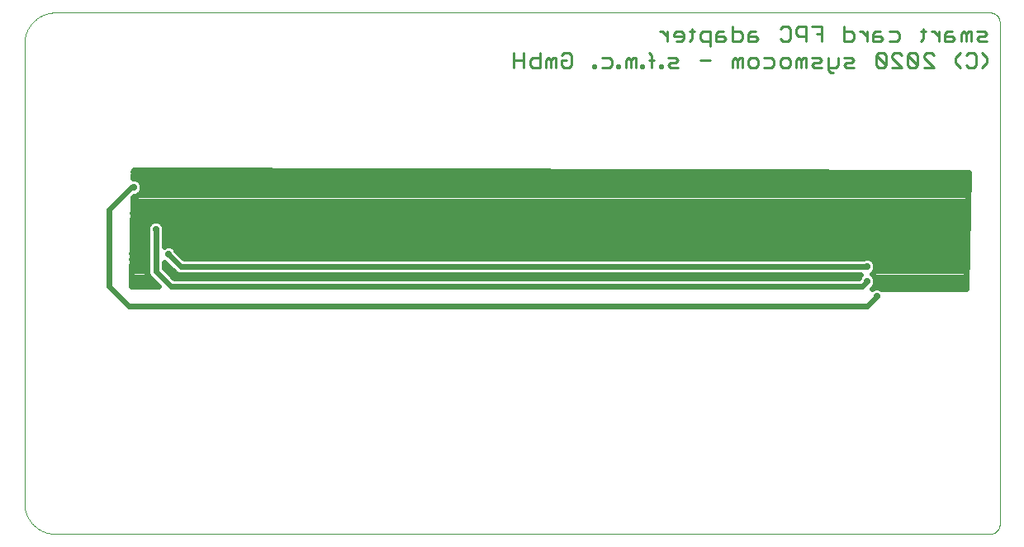
<source format=gbl>
G75*
%MOIN*%
%OFA0B0*%
%FSLAX25Y25*%
%IPPOS*%
%LPD*%
%AMOC8*
5,1,8,0,0,1.08239X$1,22.5*
%
%ADD10C,0.00000*%
%ADD11C,0.01000*%
%ADD12C,0.02781*%
%ADD13C,0.02362*%
D10*
X0013770Y0002234D02*
X0391014Y0002234D01*
X0391138Y0002236D01*
X0391261Y0002242D01*
X0391385Y0002251D01*
X0391507Y0002265D01*
X0391630Y0002282D01*
X0391752Y0002304D01*
X0391873Y0002329D01*
X0391993Y0002358D01*
X0392112Y0002390D01*
X0392231Y0002427D01*
X0392348Y0002467D01*
X0392463Y0002510D01*
X0392578Y0002558D01*
X0392690Y0002609D01*
X0392801Y0002663D01*
X0392911Y0002721D01*
X0393018Y0002782D01*
X0393124Y0002847D01*
X0393227Y0002915D01*
X0393328Y0002986D01*
X0393427Y0003060D01*
X0393524Y0003137D01*
X0393618Y0003218D01*
X0393709Y0003301D01*
X0393798Y0003387D01*
X0393884Y0003476D01*
X0393967Y0003567D01*
X0394048Y0003661D01*
X0394125Y0003758D01*
X0394199Y0003857D01*
X0394270Y0003958D01*
X0394338Y0004061D01*
X0394403Y0004167D01*
X0394464Y0004274D01*
X0394522Y0004384D01*
X0394576Y0004495D01*
X0394627Y0004607D01*
X0394675Y0004722D01*
X0394718Y0004837D01*
X0394758Y0004954D01*
X0394795Y0005073D01*
X0394827Y0005192D01*
X0394856Y0005312D01*
X0394881Y0005433D01*
X0394903Y0005555D01*
X0394920Y0005678D01*
X0394934Y0005800D01*
X0394943Y0005924D01*
X0394949Y0006047D01*
X0394951Y0006171D01*
X0394951Y0208927D01*
X0394949Y0209051D01*
X0394943Y0209174D01*
X0394934Y0209298D01*
X0394920Y0209420D01*
X0394903Y0209543D01*
X0394881Y0209665D01*
X0394856Y0209786D01*
X0394827Y0209906D01*
X0394795Y0210025D01*
X0394758Y0210144D01*
X0394718Y0210261D01*
X0394675Y0210376D01*
X0394627Y0210491D01*
X0394576Y0210603D01*
X0394522Y0210714D01*
X0394464Y0210824D01*
X0394403Y0210931D01*
X0394338Y0211037D01*
X0394270Y0211140D01*
X0394199Y0211241D01*
X0394125Y0211340D01*
X0394048Y0211437D01*
X0393967Y0211531D01*
X0393884Y0211622D01*
X0393798Y0211711D01*
X0393709Y0211797D01*
X0393618Y0211880D01*
X0393524Y0211961D01*
X0393427Y0212038D01*
X0393328Y0212112D01*
X0393227Y0212183D01*
X0393124Y0212251D01*
X0393018Y0212316D01*
X0392911Y0212377D01*
X0392801Y0212435D01*
X0392690Y0212489D01*
X0392578Y0212540D01*
X0392463Y0212588D01*
X0392348Y0212631D01*
X0392231Y0212671D01*
X0392112Y0212708D01*
X0391993Y0212740D01*
X0391873Y0212769D01*
X0391752Y0212794D01*
X0391630Y0212816D01*
X0391507Y0212833D01*
X0391385Y0212847D01*
X0391261Y0212856D01*
X0391138Y0212862D01*
X0391014Y0212864D01*
X0013770Y0212864D01*
X0013467Y0212860D01*
X0013165Y0212849D01*
X0012863Y0212831D01*
X0012562Y0212806D01*
X0012261Y0212773D01*
X0011961Y0212733D01*
X0011662Y0212685D01*
X0011365Y0212631D01*
X0011068Y0212569D01*
X0010774Y0212500D01*
X0010481Y0212424D01*
X0010190Y0212341D01*
X0009901Y0212251D01*
X0009615Y0212154D01*
X0009330Y0212050D01*
X0009049Y0211940D01*
X0008770Y0211822D01*
X0008494Y0211698D01*
X0008221Y0211567D01*
X0007952Y0211430D01*
X0007685Y0211286D01*
X0007423Y0211136D01*
X0007164Y0210979D01*
X0006909Y0210817D01*
X0006658Y0210648D01*
X0006411Y0210473D01*
X0006168Y0210292D01*
X0005930Y0210106D01*
X0005697Y0209913D01*
X0005468Y0209715D01*
X0005244Y0209512D01*
X0005025Y0209303D01*
X0004811Y0209089D01*
X0004602Y0208870D01*
X0004399Y0208646D01*
X0004201Y0208417D01*
X0004008Y0208184D01*
X0003822Y0207946D01*
X0003641Y0207703D01*
X0003466Y0207456D01*
X0003297Y0207205D01*
X0003135Y0206950D01*
X0002978Y0206691D01*
X0002828Y0206429D01*
X0002684Y0206162D01*
X0002547Y0205893D01*
X0002416Y0205620D01*
X0002292Y0205344D01*
X0002174Y0205065D01*
X0002064Y0204784D01*
X0001960Y0204499D01*
X0001863Y0204213D01*
X0001773Y0203924D01*
X0001690Y0203633D01*
X0001614Y0203340D01*
X0001545Y0203046D01*
X0001483Y0202749D01*
X0001429Y0202452D01*
X0001381Y0202153D01*
X0001341Y0201853D01*
X0001308Y0201552D01*
X0001283Y0201251D01*
X0001265Y0200949D01*
X0001254Y0200647D01*
X0001250Y0200344D01*
X0001250Y0014754D01*
X0001254Y0014451D01*
X0001265Y0014149D01*
X0001283Y0013847D01*
X0001308Y0013546D01*
X0001341Y0013245D01*
X0001381Y0012945D01*
X0001429Y0012646D01*
X0001483Y0012349D01*
X0001545Y0012052D01*
X0001614Y0011758D01*
X0001690Y0011465D01*
X0001773Y0011174D01*
X0001863Y0010885D01*
X0001960Y0010599D01*
X0002064Y0010314D01*
X0002174Y0010033D01*
X0002292Y0009754D01*
X0002416Y0009478D01*
X0002547Y0009205D01*
X0002684Y0008936D01*
X0002828Y0008669D01*
X0002978Y0008407D01*
X0003135Y0008148D01*
X0003297Y0007893D01*
X0003466Y0007642D01*
X0003641Y0007395D01*
X0003822Y0007152D01*
X0004008Y0006914D01*
X0004201Y0006681D01*
X0004399Y0006452D01*
X0004602Y0006228D01*
X0004811Y0006009D01*
X0005025Y0005795D01*
X0005244Y0005586D01*
X0005468Y0005383D01*
X0005697Y0005185D01*
X0005930Y0004992D01*
X0006168Y0004806D01*
X0006411Y0004625D01*
X0006658Y0004450D01*
X0006909Y0004281D01*
X0007164Y0004119D01*
X0007423Y0003962D01*
X0007685Y0003812D01*
X0007952Y0003668D01*
X0008221Y0003531D01*
X0008494Y0003400D01*
X0008770Y0003276D01*
X0009049Y0003158D01*
X0009330Y0003048D01*
X0009615Y0002944D01*
X0009901Y0002847D01*
X0010190Y0002757D01*
X0010481Y0002674D01*
X0010774Y0002598D01*
X0011068Y0002529D01*
X0011365Y0002467D01*
X0011662Y0002413D01*
X0011961Y0002365D01*
X0012261Y0002325D01*
X0012562Y0002292D01*
X0012863Y0002267D01*
X0013165Y0002249D01*
X0013467Y0002238D01*
X0013770Y0002234D01*
D11*
X0325589Y0189733D02*
X0326589Y0188733D01*
X0327590Y0188733D01*
X0325589Y0189733D02*
X0325589Y0194738D01*
X0323147Y0193737D02*
X0322146Y0192736D01*
X0320144Y0192736D01*
X0319143Y0191735D01*
X0320144Y0190734D01*
X0323147Y0190734D01*
X0325589Y0190734D02*
X0328591Y0190734D01*
X0329592Y0191735D01*
X0329592Y0194738D01*
X0332034Y0194738D02*
X0335037Y0194738D01*
X0336038Y0193737D01*
X0335037Y0192736D01*
X0333035Y0192736D01*
X0332034Y0191735D01*
X0333035Y0190734D01*
X0336038Y0190734D01*
X0344925Y0191735D02*
X0345926Y0190734D01*
X0347928Y0190734D01*
X0348929Y0191735D01*
X0344925Y0195739D01*
X0344925Y0191735D01*
X0344925Y0195739D02*
X0345926Y0196739D01*
X0347928Y0196739D01*
X0348929Y0195739D01*
X0348929Y0191735D01*
X0351371Y0190734D02*
X0355374Y0190734D01*
X0351371Y0194738D01*
X0351371Y0195739D01*
X0352371Y0196739D01*
X0354373Y0196739D01*
X0355374Y0195739D01*
X0357816Y0195739D02*
X0357816Y0191735D01*
X0358817Y0190734D01*
X0360819Y0190734D01*
X0361820Y0191735D01*
X0357816Y0195739D01*
X0358817Y0196739D01*
X0360819Y0196739D01*
X0361820Y0195739D01*
X0361820Y0191735D01*
X0364262Y0190734D02*
X0368265Y0190734D01*
X0364262Y0194738D01*
X0364262Y0195739D01*
X0365262Y0196739D01*
X0367264Y0196739D01*
X0368265Y0195739D01*
X0377006Y0194738D02*
X0377006Y0192736D01*
X0379008Y0190734D01*
X0381450Y0191735D02*
X0382450Y0190734D01*
X0384452Y0190734D01*
X0385453Y0191735D01*
X0385453Y0195739D01*
X0384452Y0196739D01*
X0382450Y0196739D01*
X0381450Y0195739D01*
X0379008Y0196739D02*
X0377006Y0194738D01*
X0387748Y0196739D02*
X0389750Y0194738D01*
X0389750Y0192736D01*
X0387748Y0190734D01*
X0386747Y0201234D02*
X0385747Y0202235D01*
X0386747Y0203236D01*
X0388749Y0203236D01*
X0389750Y0204237D01*
X0388749Y0205238D01*
X0385747Y0205238D01*
X0383305Y0205238D02*
X0382304Y0205238D01*
X0381303Y0204237D01*
X0380302Y0205238D01*
X0379301Y0204237D01*
X0379301Y0201234D01*
X0381303Y0201234D02*
X0381303Y0204237D01*
X0383305Y0205238D02*
X0383305Y0201234D01*
X0386747Y0201234D02*
X0389750Y0201234D01*
X0376859Y0202235D02*
X0375858Y0203236D01*
X0372856Y0203236D01*
X0372856Y0204237D02*
X0372856Y0201234D01*
X0375858Y0201234D01*
X0376859Y0202235D01*
X0375858Y0205238D02*
X0373856Y0205238D01*
X0372856Y0204237D01*
X0370414Y0205238D02*
X0370414Y0201234D01*
X0370414Y0203236D02*
X0368412Y0205238D01*
X0367411Y0205238D01*
X0365042Y0205238D02*
X0363041Y0205238D01*
X0364041Y0206239D02*
X0364041Y0202235D01*
X0363041Y0201234D01*
X0354300Y0202235D02*
X0353299Y0201234D01*
X0350296Y0201234D01*
X0347854Y0202235D02*
X0346853Y0203236D01*
X0343851Y0203236D01*
X0343851Y0204237D02*
X0343851Y0201234D01*
X0346853Y0201234D01*
X0347854Y0202235D01*
X0346853Y0205238D02*
X0344852Y0205238D01*
X0343851Y0204237D01*
X0341409Y0205238D02*
X0341409Y0201234D01*
X0341409Y0203236D02*
X0339407Y0205238D01*
X0338406Y0205238D01*
X0336038Y0204237D02*
X0335037Y0205238D01*
X0332034Y0205238D01*
X0332034Y0207239D02*
X0332034Y0201234D01*
X0335037Y0201234D01*
X0336038Y0202235D01*
X0336038Y0204237D01*
X0323147Y0204237D02*
X0321145Y0204237D01*
X0323147Y0207239D02*
X0323147Y0201234D01*
X0316701Y0201234D02*
X0316701Y0207239D01*
X0313698Y0207239D01*
X0312698Y0206239D01*
X0312698Y0204237D01*
X0313698Y0203236D01*
X0316701Y0203236D01*
X0310256Y0202235D02*
X0309255Y0201234D01*
X0307253Y0201234D01*
X0306252Y0202235D01*
X0306252Y0206239D02*
X0307253Y0207239D01*
X0309255Y0207239D01*
X0310256Y0206239D01*
X0310256Y0202235D01*
X0319143Y0207239D02*
X0323147Y0207239D01*
X0322146Y0194738D02*
X0319143Y0194738D01*
X0316701Y0194738D02*
X0315700Y0194738D01*
X0314699Y0193737D01*
X0313698Y0194738D01*
X0312698Y0193737D01*
X0312698Y0190734D01*
X0314699Y0190734D02*
X0314699Y0193737D01*
X0316701Y0194738D02*
X0316701Y0190734D01*
X0310256Y0191735D02*
X0309255Y0190734D01*
X0307253Y0190734D01*
X0306252Y0191735D01*
X0306252Y0193737D01*
X0307253Y0194738D01*
X0309255Y0194738D01*
X0310256Y0193737D01*
X0310256Y0191735D01*
X0303810Y0191735D02*
X0302809Y0190734D01*
X0299807Y0190734D01*
X0297365Y0191735D02*
X0296364Y0190734D01*
X0294362Y0190734D01*
X0293361Y0191735D01*
X0293361Y0193737D01*
X0294362Y0194738D01*
X0296364Y0194738D01*
X0297365Y0193737D01*
X0297365Y0191735D01*
X0299807Y0194738D02*
X0302809Y0194738D01*
X0303810Y0193737D01*
X0303810Y0191735D01*
X0290919Y0190734D02*
X0290919Y0194738D01*
X0289918Y0194738D01*
X0288917Y0193737D01*
X0287916Y0194738D01*
X0286916Y0193737D01*
X0286916Y0190734D01*
X0288917Y0190734D02*
X0288917Y0193737D01*
X0278028Y0193737D02*
X0274025Y0193737D01*
X0278028Y0199233D02*
X0278028Y0205238D01*
X0275025Y0205238D01*
X0274025Y0204237D01*
X0274025Y0202235D01*
X0275025Y0201234D01*
X0278028Y0201234D01*
X0280470Y0201234D02*
X0283473Y0201234D01*
X0284474Y0202235D01*
X0283473Y0203236D01*
X0280470Y0203236D01*
X0280470Y0204237D02*
X0280470Y0201234D01*
X0280470Y0204237D02*
X0281471Y0205238D01*
X0283473Y0205238D01*
X0286916Y0205238D02*
X0289918Y0205238D01*
X0290919Y0204237D01*
X0290919Y0202235D01*
X0289918Y0201234D01*
X0286916Y0201234D01*
X0286916Y0207239D01*
X0293361Y0204237D02*
X0293361Y0201234D01*
X0296364Y0201234D01*
X0297365Y0202235D01*
X0296364Y0203236D01*
X0293361Y0203236D01*
X0293361Y0204237D02*
X0294362Y0205238D01*
X0296364Y0205238D01*
X0271583Y0205238D02*
X0269581Y0205238D01*
X0270582Y0206239D02*
X0270582Y0202235D01*
X0269581Y0201234D01*
X0267286Y0202235D02*
X0267286Y0204237D01*
X0266285Y0205238D01*
X0264283Y0205238D01*
X0263282Y0204237D01*
X0263282Y0203236D01*
X0267286Y0203236D01*
X0267286Y0202235D02*
X0266285Y0201234D01*
X0264283Y0201234D01*
X0260840Y0201234D02*
X0260840Y0205238D01*
X0258838Y0205238D02*
X0257837Y0205238D01*
X0258838Y0205238D02*
X0260840Y0203236D01*
X0253467Y0196739D02*
X0254468Y0195739D01*
X0254468Y0190734D01*
X0257691Y0190734D02*
X0257691Y0191735D01*
X0258692Y0191735D01*
X0258692Y0190734D01*
X0257691Y0190734D01*
X0261134Y0191735D02*
X0262134Y0192736D01*
X0264136Y0192736D01*
X0265137Y0193737D01*
X0264136Y0194738D01*
X0261134Y0194738D01*
X0261134Y0191735D02*
X0262134Y0190734D01*
X0265137Y0190734D01*
X0255469Y0193737D02*
X0253467Y0193737D01*
X0251172Y0191735D02*
X0250171Y0191735D01*
X0250171Y0190734D01*
X0251172Y0190734D01*
X0251172Y0191735D01*
X0247949Y0190734D02*
X0247949Y0194738D01*
X0246948Y0194738D01*
X0245947Y0193737D01*
X0244947Y0194738D01*
X0243946Y0193737D01*
X0243946Y0190734D01*
X0245947Y0190734D02*
X0245947Y0193737D01*
X0241504Y0191735D02*
X0241504Y0190734D01*
X0240503Y0190734D01*
X0240503Y0191735D01*
X0241504Y0191735D01*
X0238281Y0191735D02*
X0237280Y0190734D01*
X0234277Y0190734D01*
X0231835Y0190734D02*
X0231835Y0191735D01*
X0230834Y0191735D01*
X0230834Y0190734D01*
X0231835Y0190734D01*
X0234277Y0194738D02*
X0237280Y0194738D01*
X0238281Y0193737D01*
X0238281Y0191735D01*
X0222167Y0191735D02*
X0221166Y0190734D01*
X0219165Y0190734D01*
X0218164Y0191735D01*
X0218164Y0193737D01*
X0220165Y0193737D01*
X0218164Y0195739D02*
X0219165Y0196739D01*
X0221166Y0196739D01*
X0222167Y0195739D01*
X0222167Y0191735D01*
X0215722Y0190734D02*
X0215722Y0194738D01*
X0214721Y0194738D01*
X0213720Y0193737D01*
X0212719Y0194738D01*
X0211718Y0193737D01*
X0211718Y0190734D01*
X0213720Y0190734D02*
X0213720Y0193737D01*
X0209276Y0194738D02*
X0206274Y0194738D01*
X0205273Y0193737D01*
X0205273Y0191735D01*
X0206274Y0190734D01*
X0209276Y0190734D01*
X0209276Y0196739D01*
X0202831Y0196739D02*
X0202831Y0190734D01*
X0198827Y0190734D02*
X0198827Y0196739D01*
X0198827Y0193737D02*
X0202831Y0193737D01*
X0322146Y0194738D02*
X0323147Y0193737D01*
X0350296Y0205238D02*
X0353299Y0205238D01*
X0354300Y0204237D01*
X0354300Y0202235D01*
D12*
X0357250Y0130234D03*
X0337250Y0130234D03*
X0337250Y0119234D03*
X0341250Y0110234D03*
X0341250Y0104234D03*
X0345250Y0098234D03*
X0317250Y0106234D03*
X0297250Y0106234D03*
X0277250Y0106234D03*
X0277250Y0119234D03*
X0277250Y0130234D03*
X0297250Y0130234D03*
X0297250Y0119234D03*
X0317250Y0119234D03*
X0317250Y0130234D03*
X0257250Y0130234D03*
X0257250Y0119234D03*
X0237250Y0119234D03*
X0237250Y0130234D03*
X0217250Y0130234D03*
X0217250Y0119234D03*
X0197250Y0119234D03*
X0197250Y0130234D03*
X0177250Y0130234D03*
X0177250Y0119234D03*
X0157250Y0119234D03*
X0157250Y0130234D03*
X0137250Y0130234D03*
X0137250Y0119234D03*
X0117250Y0119234D03*
X0117250Y0130234D03*
X0097250Y0130234D03*
X0097250Y0119234D03*
X0097250Y0106234D03*
X0117250Y0106234D03*
X0137250Y0106234D03*
X0157250Y0106234D03*
X0177250Y0106234D03*
X0197250Y0106234D03*
X0217250Y0106234D03*
X0237250Y0106234D03*
X0257250Y0106234D03*
X0059250Y0115234D03*
X0054250Y0125234D03*
X0045250Y0142234D03*
D13*
X0044250Y0142234D01*
X0035250Y0133234D01*
X0035250Y0102234D01*
X0043250Y0094234D01*
X0341250Y0094234D01*
X0345250Y0098234D01*
X0343522Y0101384D02*
X0343451Y0101384D01*
X0343430Y0101346D02*
X0343413Y0101347D01*
X0344278Y0102211D01*
X0344822Y0103524D01*
X0344822Y0104945D01*
X0344278Y0106257D01*
X0343301Y0107234D01*
X0344278Y0108211D01*
X0344822Y0109524D01*
X0344822Y0110945D01*
X0344278Y0112257D01*
X0343273Y0113262D01*
X0341960Y0113806D01*
X0340540Y0113806D01*
X0340034Y0113596D01*
X0065643Y0113596D01*
X0062487Y0116752D01*
X0062278Y0117257D01*
X0061273Y0118262D01*
X0059960Y0118806D01*
X0058540Y0118806D01*
X0057612Y0118422D01*
X0057612Y0124018D01*
X0057822Y0124524D01*
X0057822Y0125945D01*
X0057278Y0127257D01*
X0056273Y0128262D01*
X0054960Y0128806D01*
X0053540Y0128806D01*
X0052227Y0128262D01*
X0051222Y0127257D01*
X0050678Y0125945D01*
X0050678Y0124524D01*
X0050888Y0124018D01*
X0050888Y0107565D01*
X0051400Y0106330D01*
X0055529Y0102201D01*
X0044250Y0102234D01*
X0045016Y0138246D01*
X0045433Y0138663D01*
X0045960Y0138663D01*
X0047273Y0139206D01*
X0048278Y0140211D01*
X0048822Y0141524D01*
X0048822Y0142945D01*
X0048278Y0144257D01*
X0047273Y0145262D01*
X0045960Y0145806D01*
X0045177Y0145806D01*
X0045250Y0149234D01*
X0382250Y0148234D01*
X0381250Y0101234D01*
X0347096Y0101336D01*
X0345960Y0101806D01*
X0344540Y0101806D01*
X0343430Y0101346D01*
X0344822Y0103745D02*
X0381303Y0103745D01*
X0381253Y0101384D02*
X0346978Y0101384D01*
X0341250Y0104234D02*
X0339250Y0102234D01*
X0060250Y0102234D01*
X0054250Y0108234D01*
X0054250Y0125234D01*
X0057822Y0124991D02*
X0381755Y0124991D01*
X0381705Y0122631D02*
X0057612Y0122631D01*
X0057612Y0120270D02*
X0381655Y0120270D01*
X0381605Y0117909D02*
X0061626Y0117909D01*
X0063690Y0115549D02*
X0381555Y0115549D01*
X0381504Y0113188D02*
X0343347Y0113188D01*
X0344822Y0110827D02*
X0381454Y0110827D01*
X0381404Y0108466D02*
X0344384Y0108466D01*
X0344341Y0106106D02*
X0381354Y0106106D01*
X0381806Y0127352D02*
X0057183Y0127352D01*
X0051317Y0127352D02*
X0044784Y0127352D01*
X0044734Y0124991D02*
X0050678Y0124991D01*
X0050888Y0122631D02*
X0044684Y0122631D01*
X0044634Y0120270D02*
X0050888Y0120270D01*
X0050888Y0117909D02*
X0044584Y0117909D01*
X0044533Y0115549D02*
X0050888Y0115549D01*
X0050888Y0113188D02*
X0044483Y0113188D01*
X0044433Y0110827D02*
X0050888Y0110827D01*
X0050888Y0108466D02*
X0044383Y0108466D01*
X0044332Y0106106D02*
X0051624Y0106106D01*
X0053984Y0103745D02*
X0044282Y0103745D01*
X0057612Y0109627D02*
X0057612Y0112047D01*
X0057732Y0111997D01*
X0061400Y0108330D01*
X0062345Y0107384D01*
X0063581Y0106872D01*
X0338837Y0106872D01*
X0338222Y0106257D01*
X0338013Y0105752D01*
X0337857Y0105596D01*
X0061643Y0105596D01*
X0057612Y0109627D01*
X0057612Y0110827D02*
X0058902Y0110827D01*
X0058773Y0108466D02*
X0061263Y0108466D01*
X0061133Y0106106D02*
X0338159Y0106106D01*
X0341250Y0110234D02*
X0064250Y0110234D01*
X0059250Y0115234D01*
X0044835Y0129713D02*
X0381856Y0129713D01*
X0381906Y0132074D02*
X0044885Y0132074D01*
X0044935Y0134434D02*
X0381956Y0134434D01*
X0382007Y0136795D02*
X0044985Y0136795D01*
X0047151Y0139156D02*
X0382057Y0139156D01*
X0382107Y0141516D02*
X0048819Y0141516D01*
X0048435Y0143877D02*
X0382157Y0143877D01*
X0382208Y0146238D02*
X0045186Y0146238D01*
X0045236Y0148599D02*
X0259449Y0148599D01*
M02*

</source>
